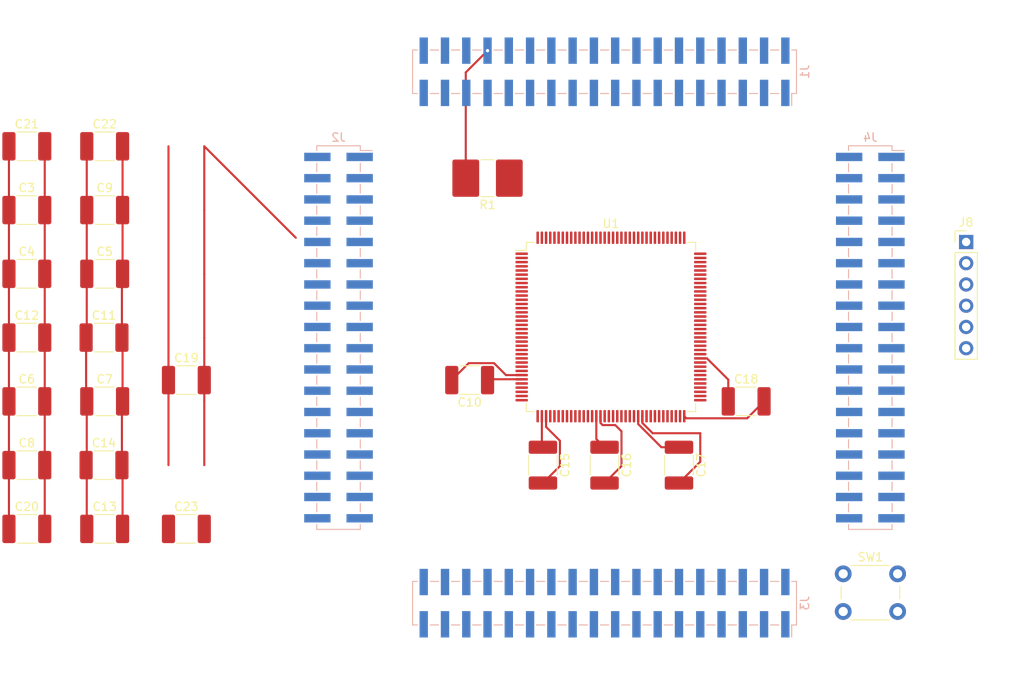
<source format=kicad_pcb>
(kicad_pcb (version 20221018) (generator pcbnew)
  (layers (0 "F.Cu" signal) (31 "B.Cu" signal) (34 "B.Paste" user) (35 "F.Paste" user) (36 "B.SilkS" user "B.Silkscreen") (37 "F.SilkS" user "F.Silkscreen") (38 "B.Mask" user) (39 "F.Mask" user) (44 "Edge.Cuts" user))
  (net 0 "")
  (net 1 "Net-(U1-BOOT0)")
  (net 2 "BOOT0")
  (net 3 "PE2")
  (net 4 "PE3")
  (net 5 "PE4")
  (net 6 "PE5")
  (net 7 "PE6")
  (net 8 "VBAT")
  (net 9 "PC13")
  (net 10 "PC14")
  (net 11 "PC15")
  (net 12 "PF0")
  (net 13 "PF1")
  (net 14 "PF2")
  (net 15 "PF3")
  (net 16 "PF4")
  (net 17 "PF5")
  (net 18 "VSS")
  (net 19 "Net-(J8-VDD_TARGET)")
  (net 20 "PF6")
  (net 21 "PF7")
  (net 22 "PF8")
  (net 23 "PF9")
  (net 24 "PF10")
  (net 25 "PH0")
  (net 26 "PH1")
  (net 27 "NRST")
  (net 28 "PC0")
  (net 29 "PC1")
  (net 30 "PC2")
  (net 31 "PC3")
  (net 32 "VREF+")
  (net 33 "VDDA")
  (net 34 "PA0")
  (net 35 "PA1")
  (net 36 "PA2")
  (net 37 "PA3")
  (net 38 "PA4")
  (net 39 "PA5")
  (net 40 "PA6")
  (net 41 "PA7")
  (net 42 "PC4")
  (net 43 "PC5")
  (net 44 "PB0")
  (net 45 "PB1")
  (net 46 "PB2")
  (net 47 "PF11")
  (net 48 "PF12")
  (net 49 "PF13")
  (net 50 "PF14")
  (net 51 "PF15")
  (net 52 "PG0")
  (net 53 "PG1")
  (net 54 "PE7")
  (net 55 "PE8")
  (net 56 "PE9")
  (net 57 "PE10")
  (net 58 "PE11")
  (net 59 "PE12")
  (net 60 "PE13")
  (net 61 "PE14")
  (net 62 "PE15")
  (net 63 "PB10")
  (net 64 "PB11")
  (net 65 "VCAP_1")
  (net 66 "PB12")
  (net 67 "PB13")
  (net 68 "PB14")
  (net 69 "PB15")
  (net 70 "PD8")
  (net 71 "PD9")
  (net 72 "PD10")
  (net 73 "PD11")
  (net 74 "PD12")
  (net 75 "PD13")
  (net 76 "PD14")
  (net 77 "PD15")
  (net 78 "PG2")
  (net 79 "PG3")
  (net 80 "PG4")
  (net 81 "PG5")
  (net 82 "PG6")
  (net 83 "PG7")
  (net 84 "PG8")
  (net 85 "VDDUSB")
  (net 86 "PC6")
  (net 87 "PC7")
  (net 88 "PC8")
  (net 89 "PC9")
  (net 90 "PA8")
  (net 91 "PA9")
  (net 92 "PA10")
  (net 93 "PA11")
  (net 94 "PA12")
  (net 95 "PA13")
  (net 96 "VCAP_2")
  (net 97 "PA14")
  (net 98 "PA15")
  (net 99 "PC10")
  (net 100 "PC11")
  (net 101 "PC12")
  (net 102 "PD0")
  (net 103 "PD1")
  (net 104 "PD2")
  (net 105 "PD3")
  (net 106 "PD4")
  (net 107 "PD5")
  (net 108 "VDDSDMMC")
  (net 109 "PD6")
  (net 110 "PD7")
  (net 111 "PG9")
  (net 112 "PG10")
  (net 113 "PG11")
  (net 114 "PG12")
  (net 115 "PG13")
  (net 116 "PG14")
  (net 117 "PG15")
  (net 118 "PB3")
  (net 119 "PB4")
  (net 120 "PB5")
  (net 121 "PB6")
  (net 122 "PB7")
  (net 123 "PB8")
  (net 124 "PB9")
  (net 125 "PE0")
  (net 126 "PE1")
  (net 127 "PDR_ON")
  (net 128 "VDD")
  (footprint "Capacitor_SMD:C_1812_4532Metric_Pad1.57x3.40mm_HandSolder" (layer "F.Cu") (at 122.7875 57.15)
    (fp_text reference "C21")
    (fp_text value "100nF")
  )
  (footprint "Capacitor_SMD:C_1812_4532Metric_Pad1.57x3.40mm_HandSolder" (layer "F.Cu") (at 191.77 95.25 -90)
    (fp_text reference "C16")
    (fp_text value "100nF")
  )
  (footprint "Capacitor_SMD:C_1812_4532Metric_Pad1.57x3.40mm_HandSolder" (layer "F.Cu") (at 141.8375 85.09)
    (fp_text reference "C19")
    (fp_text value "100nF")
  )
  (footprint "Capacitor_SMD:C_1812_4532Metric_Pad1.57x3.40mm_HandSolder" (layer "F.Cu") (at 132.08 64.77)
    (fp_text reference "C9")
    (fp_text value "100nF")
  )
  (footprint "Capacitor_SMD:C_1812_4532Metric_Pad1.57x3.40mm_HandSolder" (layer "F.Cu") (at 122.7875 72.39)
    (fp_text reference "C4")
    (fp_text value "100nF")
  )
  (footprint "Resistor_SMD:R_2816_7142Metric_Pad3.20x4.45mm_HandSolder" (layer "F.Cu") (at 177.8 60.96 180)
    (fp_text reference "R1")
    (fp_text value "10k")
  )
  (footprint "Capacitor_SMD:C_1812_4532Metric_Pad1.57x3.40mm_HandSolder" (layer "F.Cu") (at 132.0025 80.01)
    (fp_text reference "C11")
    (fp_text value "100nF")
  )
  (footprint "Capacitor_SMD:C_1812_4532Metric_Pad1.57x3.40mm_HandSolder" (layer "F.Cu") (at 122.7875 80.01)
    (fp_text reference "C12")
    (fp_text value "100nF")
  )
  (footprint "Capacitor_SMD:C_1812_4532Metric_Pad1.57x3.40mm_HandSolder" (layer "F.Cu") (at 132.0025 95.25)
    (fp_text reference "C14")
    (fp_text value "100nF")
  )
  (footprint "Capacitor_SMD:C_1812_4532Metric_Pad1.57x3.40mm_HandSolder" (layer "F.Cu") (at 141.8375 102.87)
    (fp_text reference "C23")
    (fp_text value "0.1uF")
  )
  (footprint "Capacitor_SMD:C_1812_4532Metric_Pad1.57x3.40mm_HandSolder" (layer "F.Cu") (at 122.7875 102.87)
    (fp_text reference "C20")
    (fp_text value "100nF")
  )
  (footprint "Connector_PinHeader_2.54mm:PinHeader_1x06_P2.54mm_Vertical" (layer "F.Cu") (at 234.95 68.58)
    (fp_text reference "J8")
    (fp_text value "Programmer_Conn")
  )
  (footprint "Capacitor_SMD:C_1812_4532Metric_Pad1.57x3.40mm_HandSolder" (layer "F.Cu") (at 122.7875 87.63)
    (fp_text reference "C6")
    (fp_text value "100nF")
  )
  (footprint "Capacitor_SMD:C_1812_4532Metric_Pad1.57x3.40mm_HandSolder" (layer "F.Cu") (at 208.6825 87.63)
    (fp_text reference "C18")
    (fp_text value "100nF")
  )
  (footprint "Capacitor_SMD:C_1812_4532Metric_Pad1.57x3.40mm_HandSolder" (layer "F.Cu") (at 132.08 87.63)
    (fp_text reference "C7")
    (fp_text value "100nF")
  )
  (footprint "Capacitor_SMD:C_1812_4532Metric_Pad1.57x3.40mm_HandSolder" (layer "F.Cu") (at 132.08 72.39)
    (fp_text reference "C5")
    (fp_text value "100nF")
  )
  (footprint "Capacitor_SMD:C_1812_4532Metric_Pad1.57x3.40mm_HandSolder" (layer "F.Cu") (at 184.415 95.25 -90)
    (fp_text reference "C15")
    (fp_text value "100nF")
  )
  (footprint "Capacitor_SMD:C_1812_4532Metric_Pad1.57x3.40mm_HandSolder" (layer "F.Cu") (at 122.7875 95.25)
    (fp_text reference "C8")
    (fp_text value "100nF")
  )
  (footprint "Capacitor_SMD:C_1812_4532Metric_Pad1.57x3.40mm_HandSolder" (layer "F.Cu") (at 132.08 102.87)
    (fp_text reference "C13")
    (fp_text value "4.7uF")
  )
  (footprint "Capacitor_SMD:C_1812_4532Metric_Pad1.57x3.40mm_HandSolder" (layer "F.Cu") (at 122.7875 64.77)
    (fp_text reference "C3")
    (fp_text value "100nF")
  )
  (footprint "Button_Switch_THT:SW_PUSH_6mm" (layer "F.Cu") (at 220.27 108.24)
    (fp_text reference "SW1")
    (fp_text value "RESET_SW")
  )
  (footprint "Package_QFP:LQFP-144_20x20mm_P0.5mm" (layer "F.Cu") (at 192.5375 78.74)
    (fp_text reference "U1")
    (fp_text value "STM32F767ZITx")
  )
  (footprint "Capacitor_SMD:C_1812_4532Metric_Pad1.57x3.40mm_HandSolder" (layer "F.Cu") (at 175.6625 85.09 180)
    (fp_text reference "C10")
    (fp_text value "100nF")
  )
  (footprint "Capacitor_SMD:C_1812_4532Metric_Pad1.57x3.40mm_HandSolder" (layer "F.Cu") (at 200.66 95.25 -90)
    (fp_text reference "C17")
    (fp_text value "100nF")
  )
  (footprint "Capacitor_SMD:C_1812_4532Metric_Pad1.57x3.40mm_HandSolder" (layer "F.Cu") (at 132.08 57.15)
    (fp_text reference "C22")
    (fp_text value "100nF")
  )
  (footprint "Connector_PinHeader_2.54mm:PinHeader_2x18_P2.54mm_Vertical_SMD" (layer "B.Cu") (at 191.77 111.745 90)
    (fp_text reference "J3")
    (fp_text value "Conn_02x18_Odd_Even")
  )
  (footprint "Connector_PinHeader_2.54mm:PinHeader_2x18_P2.54mm_Vertical_SMD" (layer "B.Cu") (at 223.505 80.01 180)
    (fp_text reference "J4")
    (fp_text value "Conn_02x18_Odd_Even")
  )
  (footprint "Connector_PinHeader_2.54mm:PinHeader_2x18_P2.54mm_Vertical_SMD" (layer "B.Cu") (at 160.005 80.01 180)
    (fp_text reference "J2")
    (fp_text value "Conn_02x18_Odd_Even")
  )
  (footprint "Connector_PinHeader_2.54mm:PinHeader_2x18_P2.54mm_Vertical_SMD" (layer "B.Cu") (at 191.77 48.245 90)
    (fp_text reference "J1")
    (fp_text value "Conn_02x18_Odd_Even")
  )
  (segment (start 180.4 60.96) (end 180.473185 60.96) (width 0.25) (layer "F.Cu") (net 1))
  (segment (start 175.2 60.96) (end 175.2 48.32) (width 0.25) (layer "F.Cu") (net 2))
  (segment (start 175.2 48.32) (end 177.8 45.72) (width 0.25) (layer "F.Cu") (net 2))
  (via (at 177.8 45.72) (size 0.8) (drill 0.4) (layers "F.Cu" "B.Cu") (net 2))
  (segment (start 177.8 46.99) (end 177.8 45.72) (width 0.25) (layer "B.Cu") (net 2))
  (segment (start 184.2875 92.985) (end 184.415 93.1125) (width 0.25) (layer "F.Cu") (net 18))
  (segment (start 181.875 84.99) (end 177.9 84.99) (width 0.25) (layer "F.Cu") (net 18))
  (segment (start 198.557919 93.1125) (end 195.7875 90.342081) (width 0.25) (layer "F.Cu") (net 18))
  (segment (start 177.9 84.99) (end 177.8 85.09) (width 0.25) (layer "F.Cu") (net 18))
  (segment (start 129.865 80.01) (end 129.865 87.5525) (width 0.25) (layer "F.Cu") (net 18))
  (segment (start 129.9425 64.77) (end 129.9425 72.39) (width 0.25) (layer "F.Cu") (net 18))
  (segment (start 120.65 64.77) (end 120.65 72.39) (width 0.25) (layer "F.Cu") (net 18))
  (segment (start 129.9425 57.15) (end 129.9425 64.77) (width 0.25) (layer "F.Cu") (net 18))
  (segment (start 195.7875 90.342081) (end 195.7875 89.4025) (width 0.25) (layer "F.Cu") (net 18))
  (segment (start 120.65 80.01) (end 120.65 87.63) (width 0.25) (layer "F.Cu") (net 18))
  (segment (start 200.66 93.1125) (end 198.557919 93.1125) (width 0.25) (layer "F.Cu") (net 18))
  (segment (start 129.9425 72.39) (end 129.9425 79.9325) (width 0.25) (layer "F.Cu") (net 18))
  (segment (start 190.7875 92.13) (end 190.7875 89.4025) (width 0.25) (layer "F.Cu") (net 18))
  (segment (start 120.65 87.63) (end 120.65 95.25) (width 0.25) (layer "F.Cu") (net 18))
  (segment (start 139.7 64.77) (end 139.7 72.39) (width 0.25) (layer "F.Cu") (net 18))
  (segment (start 184.2875 89.4025) (end 184.2875 92.985) (width 0.25) (layer "F.Cu") (net 18))
  (segment (start 120.65 72.39) (end 120.65 80.01) (width 0.25) (layer "F.Cu") (net 18))
  (segment (start 204.003185 82.49) (end 203.2 82.49) (width 0.25) (layer "F.Cu") (net 18))
  (segment (start 120.65 95.25) (end 120.65 102.87) (width 0.25) (layer "F.Cu") (net 18))
  (segment (start 139.7 87.63) (end 139.7 80.01) (width 0.25) (layer "F.Cu") (net 18))
  (segment (start 206.545 85.031815) (end 204.003185 82.49) (width 0.25) (layer "F.Cu") (net 18))
  (segment (start 129.9425 102.87) (end 129.9425 95.3275) (width 0.25) (layer "F.Cu") (net 18))
  (segment (start 191.77 93.1125) (end 190.7875 92.13) (width 0.25) (layer "F.Cu") (net 18))
  (segment (start 129.9425 79.9325) (end 129.865 80.01) (width 0.25) (layer "F.Cu") (net 18))
  (segment (start 139.7 72.39) (end 139.7 80.01) (width 0.25) (layer "F.Cu") (net 18))
  (segment (start 129.9425 87.63) (end 129.9425 95.1725) (width 0.25) (layer "F.Cu") (net 18))
  (segment (start 129.9425 95.1725) (end 129.865 95.25) (width 0.25) (layer "F.Cu") (net 18))
  (segment (start 139.7 95.25) (end 139.7 87.63) (width 0.25) (layer "F.Cu") (net 18))
  (segment (start 129.865 87.5525) (end 129.9425 87.63) (width 0.25) (layer "F.Cu") (net 18))
  (segment (start 206.545 87.63) (end 206.545 85.031815) (width 0.25) (layer "F.Cu") (net 18))
  (segment (start 120.65 57.15) (end 120.65 64.77) (width 0.25) (layer "F.Cu") (net 18))
  (segment (start 139.7 57.15) (end 139.7 64.77) (width 0.25) (layer "F.Cu") (net 18))
  (segment (start 129.9425 95.3275) (end 129.865 95.25) (width 0.25) (layer "F.Cu") (net 18))
  (segment (start 201.54 89.655) (end 201.2875 89.4025) (width 0.25) (layer "F.Cu") (net 19))
  (segment (start 184.7875 90.684327) (end 186.44 92.336827) (width 0.25) (layer "F.Cu") (net 19))
  (segment (start 143.975 95.25) (end 143.975 87.63) (width 0.25) (layer "F.Cu") (net 19))
  (segment (start 186.44 95.3625) (end 184.415 97.3875) (width 0.25) (layer "F.Cu") (net 19))
  (segment (start 191.77 97.3875) (end 193.795 95.3625) (width 0.25) (layer "F.Cu") (net 19))
  (segment (start 134.2175 78.8175) (end 134.14 78.74) (width 0.25) (layer "F.Cu") (net 19))
  (segment (start 124.925 72.39) (end 124.925 80.01) (width 0.25) (layer "F.Cu") (net 19))
  (segment (start 124.925 102.87) (end 124.925 95.25) (width 0.25) (layer "F.Cu") (net 19))
  (segment (start 178.575673 83.065) (end 175.55 83.065) (width 0.25) (layer "F.Cu") (net 19))
  (segment (start 196.2875 90.205685) (end 197.521815 91.44) (width 0.25) (layer "F.Cu") (net 19))
  (segment (start 134.2175 95.3275) (end 134.14 95.25) (width 0.25) (layer "F.Cu") (net 19))
  (segment (start 193.046815 90.465) (end 191.546815 90.465) (width 0.25) (layer "F.Cu") (net 19))
  (segment (start 193.795 91.213185) (end 193.046815 90.465) (width 0.25) (layer "F.Cu") (net 19))
  (segment (start 208.795 89.655) (end 201.54 89.655) (width 0.25) (layer "F.Cu") (net 19))
  (segment (start 197.521815 91.44) (end 203.2 91.44) (width 0.25) (layer "F.Cu") (net 19))
  (segment (start 210.82 87.63) (end 208.795 89.655) (width 0.25) (layer "F.Cu") (net 19))
  (segment (start 124.925 80.01) (end 124.925 87.63) (width 0.25) (layer "F.Cu") (net 19))
  (segment (start 143.975 87.63) (end 143.975 80.01) (width 0.25) (layer "F.Cu") (net 19))
  (segment (start 196.2625 89.3775) (end 196.2875 89.4025) (width 0.25) (layer "F.Cu") (net 19))
  (segment (start 196.2875 89.4025) (end 196.2875 90.205685) (width 0.25) (layer "F.Cu") (net 19))
  (segment (start 143.975 80.01) (end 143.975 72.39) (width 0.25) (layer "F.Cu") (net 19))
  (segment (start 134.2175 87.63) (end 134.2175 78.8175) (width 0.25) (layer "F.Cu") (net 19))
  (segment (start 134.14 95.25) (end 134.14 87.7075) (width 0.25) (layer "F.Cu") (net 19))
  (segment (start 191.546815 90.465) (end 191.2875 90.205685) (width 0.25) (layer "F.Cu") (net 19))
  (segment (start 124.925 64.77) (end 124.925 72.39) (width 0.25) (layer "F.Cu") (net 19))
  (segment (start 134.2175 57.15) (end 134.2175 64.77) (width 0.25) (layer "F.Cu") (net 19))
  (segment (start 203.2 91.44) (end 203.2 94.8475) (width 0.25) (layer "F.Cu") (net 19))
  (segment (start 134.2175 102.87) (end 134.2175 95.3275) (width 0.25) (layer "F.Cu") (net 19))
  (segment (start 186.44 92.336827) (end 186.44 95.3625) (width 0.25) (layer "F.Cu") (net 19))
  (segment (start 143.975 57.15) (end 143.975 64.77) (width 0.25) (layer "F.Cu") (net 19))
  (segment (start 203.2 94.8475) (end 200.66 97.3875) (width 0.25) (layer "F.Cu") (net 19))
  (segment (start 175.55 83.065) (end 173.525 85.09) (width 0.25) (layer "F.Cu") (net 19))
  (segment (start 184.7875 89.4025) (end 184.7875 90.684327) (width 0.25) (layer "F.Cu") (net 19))
  (segment (start 143.975 57.15) (end 154.9025 68.0775) (width 0.25) (layer "F.Cu") (net 19))
  (segment (start 124.925 57.15) (end 124.925 64.77) (width 0.25) (layer "F.Cu") (net 19))
  (segment (start 143.975 72.39) (end 143.975 64.77) (width 0.25) (layer "F.Cu") (net 19))
  (segment (start 193.795 95.3625) (end 193.795 91.213185) (width 0.25) (layer "F.Cu") (net 19))
  (segment (start 124.925 95.25) (end 124.925 87.63) (width 0.25) (layer "F.Cu") (net 19))
  (segment (start 134.14 72.4675) (end 134.2175 72.39) (width 0.25) (layer "F.Cu") (net 19))
  (segment (start 181.875 84.49) (end 180.000673 84.49) (width 0.25) (layer "F.Cu") (net 19))
  (segment (start 134.14 87.7075) (end 134.2175 87.63) (width 0.25) (layer "F.Cu") (net 19))
  (segment (start 191.2875 90.205685) (end 191.2875 89.4025) (width 0.25) (layer "F.Cu") (net 19))
  (segment (start 134.14 80.01) (end 134.14 78.74) (width 0.25) (layer "F.Cu") (net 19))
  (segment (start 134.2175 72.39) (end 134.2175 64.77) (width 0.25) (layer "F.Cu") (net 19))
  (segment (start 134.14 78.74) (end 134.14 72.4675) (width 0.25) (layer "F.Cu") (net 19))
  (segment (start 180.000673 84.49) (end 178.575673 83.065) (width 0.25) (layer "F.Cu") (net 19))
)
</source>
